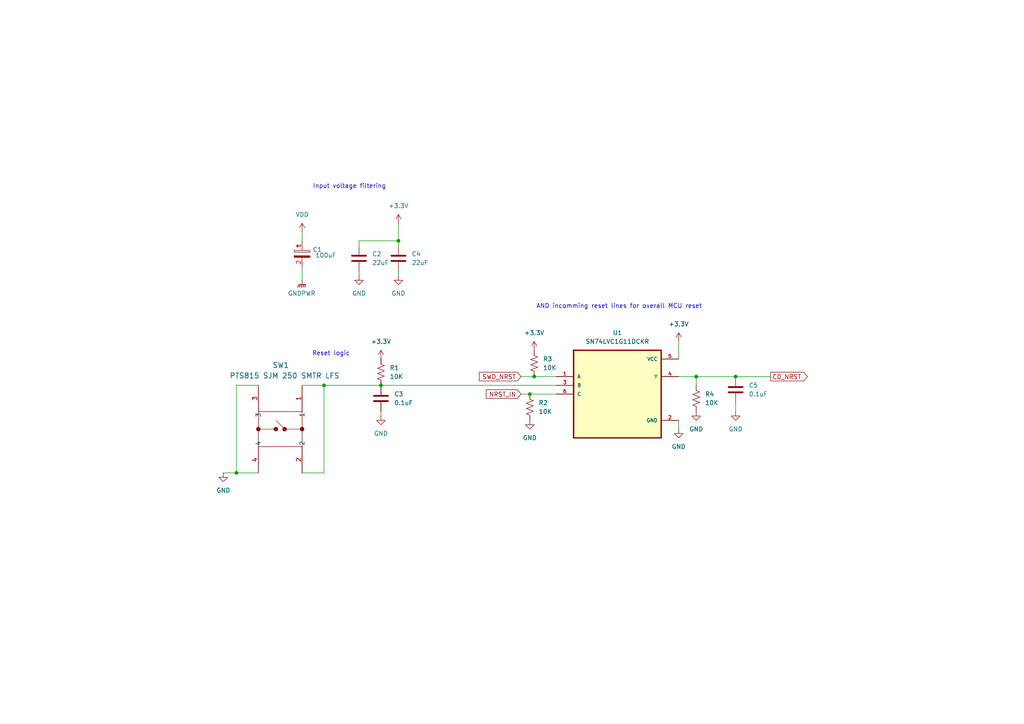
<source format=kicad_sch>
(kicad_sch (version 20250114) (generator "eeschema") (generator_version "9.0")
  (paper "A4")
  (lib_symbols
    (symbol "Device:C" (pin_numbers (hide yes)) (pin_names (offset 0.254))
      (property "Reference" "C" (at 0.635 2.54 0))
      (property "Value" "C" (at 0.635 -2.54 0))
      (symbol "C_0_1"
        (polyline (pts (xy -2.032 0.762) (xy 2.032 0.762)) (stroke (width 0.508)))
        (polyline (pts (xy -2.032 -0.762) (xy 2.032 -0.762)) (stroke (width 0.508)))
      )
      (symbol "C_1_1"
        (pin passive line (at 0 3.81 270) (length 2.794) (name "~") (number "1"))
        (pin passive line (at 0 -3.81 90) (length 2.794) (name "~") (number "2"))
      )
    )
    (symbol "Device:R_US" (pin_numbers (hide yes)) (pin_names (offset 0))
      (property "Reference" "R" (at 2.54 0 90))
      (property "Value" "R_US" (at -2.54 0 90))
      (symbol "R_US_0_1"
        (polyline (pts (xy 0 2.286) (xy 0 2.54)))
        (polyline (pts (xy 0 2.286) (xy 1.016 1.905) (xy 0 1.524) (xy -1.016 1.143) (xy 0 0.762)))
        (polyline (pts (xy 0 0.762) (xy 1.016 0.381) (xy 0 0) (xy -1.016 -0.381) (xy 0 -0.762)))
        (polyline (pts (xy 0 -0.762) (xy 1.016 -1.143) (xy 0 -1.524) (xy -1.016 -1.905) (xy 0 -2.286)))
        (polyline (pts (xy 0 -2.286) (xy 0 -2.54)))
      )
      (symbol "R_US_1_1"
        (pin passive line (at 0 3.81 270) (length 1.27) (name "~") (number "1"))
        (pin passive line (at 0 -3.81 90) (length 1.27) (name "~") (number "2"))
      )
    )
    (symbol "Global:A768EB107M1ELAS036"
      (property "Reference" "C" (at 0 0 0))
      (symbol "A768EB107M1ELAS036_0_1"
        (polyline (pts (xy -2.794 -5.08) (xy -1.778 -5.08)))
        (polyline (pts (xy -2.286 -5.588) (xy -2.286 -4.572)))
        (rectangle (start -0.508 -6.096) (end -1.016 -1.524))
        (rectangle (start 0.508 -1.524) (end 1.016 -6.096) (fill (type outline)))
      )
      (symbol "A768EB107M1ELAS036_1_1"
        (pin passive line (at -3.81 -3.81 0) (length 2.794) (name "~") (number "1"))
        (pin passive line (at 3.81 -3.81 180) (length 2.794) (name "~") (number "2"))
      )
    )
    (symbol "Global:PTS815_SJM_250_SMTR_LFS" (pin_names (offset 0.254))
      (property "Reference" "SW" (at 0 22.86 0))
      (property "Value" "PTS815 SJM 250 SMTR LFS" (at 0 20.32 0))
      (symbol "PTS815_SJM_250_SMTR_LFS_0_1"
        (polyline (pts (xy -2.54 7.62) (xy 0 10.16)) (stroke (width 0.127)))
        (circle (center 0 15.24) (radius 0.127) (stroke (width 0.508)))
        (polyline (pts (xy 0 15.24) (xy 5.08 15.24) (xy 5.08 2.54) (xy -5.08 2.54) (xy -5.08 15.24) (xy 0 15.24)))
        (circle (center 0 10.16) (radius 0.127) (stroke (width 0.508)))
        (polyline (pts (xy 0 10.16) (xy 0 15.24)) (stroke (width 0.127)))
        (circle (center 0 7.62) (radius 0.127) (stroke (width 0.508)))
        (polyline (pts (xy 0 7.62) (xy 0 2.54)) (stroke (width 0.127)))
        (circle (center 0 2.54) (radius 0.127) (stroke (width 0.508)))
        (pin unspecified line (at -12.7 15.24 0) (length 7.62) (name "1") (number "1"))
        (pin unspecified line (at -12.7 2.54 0) (length 7.62) (name "3") (number "3"))
        (pin unspecified line (at 12.7 15.24 180) (length 7.62) (name "2") (number "2"))
        (pin unspecified line (at 12.7 2.54 180) (length 7.62) (name "4") (number "4"))
      )
    )
    (symbol "Global:SN74LVC1G11DCKR" (pin_names (offset 1.016))
      (property "Reference" "U" (at -12.7 13.7 0))
      (property "Value" "SN74LVC1G11DCKR" (at -12.7 -16.7 0))
      (symbol "SN74LVC1G11DCKR_0_0"
        (rectangle (start -12.7 -12.7) (end 12.7 12.7) (stroke (width 0.41)) (fill (type background)))
        (pin input line (at -17.78 5.08 0) (length 5.08) (name "A") (number "1"))
        (pin input line (at -17.78 2.54 0) (length 5.08) (name "B") (number "3"))
        (pin input line (at -17.78 0 0) (length 5.08) (name "C") (number "6"))
        (pin power_in line (at 17.78 10.16 180) (length 5.08) (name "VCC") (number "5"))
        (pin output line (at 17.78 5.08 180) (length 5.08) (name "Y") (number "4"))
        (pin power_in line (at 17.78 -7.62 180) (length 5.08) (name "GND") (number "2"))
      )
    )
    (symbol "power:+3.3V" (power) (pin_numbers (hide yes)) (pin_names (offset 0) (hide yes))
      (property "Value" "+3.3V" (at 0 3.556 0))
      (symbol "+3.3V_0_1"
        (polyline (pts (xy -0.762 1.27) (xy 0 2.54)))
        (polyline (pts (xy 0 2.54) (xy 0.762 1.27)))
        (polyline (pts (xy 0 0) (xy 0 2.54)))
      )
      (symbol "+3.3V_1_1"
        (pin power_in line (at 0 0 90) (length 0) (name "~") (number "1"))
      )
    )
    (symbol "power:GND" (power) (pin_numbers (hide yes)) (pin_names (offset 0) (hide yes))
      (property "Value" "GND" (at 0 -3.81 0))
      (symbol "GND_0_1"
        (polyline (pts (xy 0 0) (xy 0 -1.27) (xy 1.27 -1.27) (xy 0 -2.54) (xy -1.27 -1.27) (xy 0 -1.27)))
      )
      (symbol "GND_1_1"
        (pin power_in line (at 0 0 270) (length 0) (name "~") (number "1"))
      )
    )
    (symbol "power:GNDPWR" (power) (pin_numbers (hide yes)) (pin_names (offset 0) (hide yes))
      (property "Value" "GNDPWR" (at 0 -3.302 0))
      (symbol "GNDPWR_0_1"
        (polyline (pts (xy -1.016 -1.27) (xy -1.27 -2.032) (xy -1.27 -2.032)) (stroke (width 0.2032)))
        (polyline (pts (xy -0.508 -1.27) (xy -0.762 -2.032) (xy -0.762 -2.032)) (stroke (width 0.2032)))
        (polyline (pts (xy 0 -1.27) (xy 0 0)))
        (polyline (pts (xy 0 -1.27) (xy -0.254 -2.032) (xy -0.254 -2.032)) (stroke (width 0.2032)))
        (polyline (pts (xy 0.508 -1.27) (xy 0.254 -2.032) (xy 0.254 -2.032)) (stroke (width 0.2032)))
        (polyline (pts (xy 1.016 -1.27) (xy -1.016 -1.27) (xy -1.016 -1.27)) (stroke (width 0.2032)))
        (polyline (pts (xy 1.016 -1.27) (xy 0.762 -2.032) (xy 0.762 -2.032) (xy 0.762 -2.032)) (stroke (width 0.2032)))
      )
      (symbol "GNDPWR_1_1"
        (pin power_in line (at 0 0 270) (length 0) (name "~") (number "1"))
      )
    )
    (symbol "power:VDD" (power) (pin_numbers (hide yes)) (pin_names (offset 0) (hide yes))
      (property "Value" "VDD" (at 0 3.556 0))
      (symbol "VDD_0_1"
        (polyline (pts (xy -0.762 1.27) (xy 0 2.54)))
        (polyline (pts (xy 0 2.54) (xy 0.762 1.27)))
        (polyline (pts (xy 0 0) (xy 0 2.54)))
      )
      (symbol "VDD_1_1"
        (pin power_in line (at 0 0 90) (length 0) (name "~") (number "1"))
      )
    )
  )
  (text "AND incomming reset lines for overall MCU reset" (at 179.578 88.9 0) (effects (font (size 1.27 1.27))))
  (text "Input voltage filtering" (at 101.346 54.102 0) (effects (font (size 1.27 1.27))))
  (text "Reset logic" (at 96.012 102.616 0) (effects (font (size 1.27 1.27))))
  (junction (at 201.93 109.22))
  (junction (at 68.58 137.16))
  (junction (at 213.36 109.22))
  (junction (at 93.98 111.76))
  (junction (at 153.67 114.3))
  (junction (at 115.57 69.85))
  (junction (at 110.49 111.76))
  (junction (at 154.94 109.22))
  (wire (pts (xy 87.63 67.31) (xy 87.63 69.85)))
  (wire (pts (xy 151.13 114.3) (xy 153.67 114.3)))
  (wire (pts (xy 87.63 111.76) (xy 93.98 111.76)))
  (wire (pts (xy 201.93 109.22) (xy 213.36 109.22)))
  (wire (pts (xy 196.85 99.06) (xy 196.85 104.14)))
  (wire (pts (xy 153.67 114.3) (xy 161.29 114.3)))
  (wire (pts (xy 201.93 109.22) (xy 201.93 111.76)))
  (wire (pts (xy 213.36 109.22) (xy 223.52 109.22)))
  (wire (pts (xy 93.98 137.16) (xy 93.98 111.76)))
  (wire (pts (xy 196.85 109.22) (xy 201.93 109.22)))
  (wire (pts (xy 104.14 69.85) (xy 104.14 71.12)))
  (wire (pts (xy 213.36 116.84) (xy 213.36 119.38)))
  (wire (pts (xy 110.49 119.38) (xy 110.49 120.65)))
  (wire (pts (xy 68.58 137.16) (xy 74.93 137.16)))
  (wire (pts (xy 68.58 111.76) (xy 68.58 137.16)))
  (wire (pts (xy 110.49 111.76) (xy 161.29 111.76)))
  (wire (pts (xy 104.14 69.85) (xy 115.57 69.85)))
  (wire (pts (xy 154.94 109.22) (xy 161.29 109.22)))
  (wire (pts (xy 93.98 111.76) (xy 110.49 111.76)))
  (wire (pts (xy 87.63 137.16) (xy 93.98 137.16)))
  (wire (pts (xy 104.14 78.74) (xy 104.14 80.01)))
  (wire (pts (xy 74.93 111.76) (xy 68.58 111.76)))
  (wire (pts (xy 64.77 137.16) (xy 68.58 137.16)))
  (wire (pts (xy 115.57 69.85) (xy 115.57 71.12)))
  (wire (pts (xy 115.57 78.74) (xy 115.57 80.01)))
  (wire (pts (xy 196.85 124.46) (xy 196.85 121.92)))
  (wire (pts (xy 115.57 64.77) (xy 115.57 69.85)))
  (wire (pts (xy 87.63 77.47) (xy 87.63 81.28)))
  (wire (pts (xy 151.13 109.22) (xy 154.94 109.22)))
  (global_label "C0_NRST" (shape output) (at 223.52 109.22 0) (property "Intersheetrefs" "${INTERSHEET_REFS}" (at 234.7299 109.22 0) (effects (justify left))))
  (global_label "SWD_NRST" (shape input) (at 151.13 109.22 180) (property "Intersheetrefs" "${INTERSHEET_REFS}" (at 138.4687 109.22 0) (effects (justify right))))
  (global_label "NRST_IN" (shape input) (at 151.13 114.3 180) (property "Intersheetrefs" "${INTERSHEET_REFS}" (at 140.4643 114.3 0) (effects (justify right))))
  (symbol (lib_id "power:GND") (at 153.67 121.92 0) (unit 1)
    (property "Reference" "#PWR022" (effects (hide yes)))
    (property "Value" "GND" (at 153.67 127 0))
    (property "Description" "Power symbol creates a global label with name \"GND\" , ground" (effects (hide yes)))
  )
  (symbol (lib_id "Global:SN74LVC1G11DCKR") (at 179.07 114.3 0) (unit 1)
    (property "Reference" "U1" (at 179.07 96.52 0))
    (property "Value" "SN74LVC1G11DCKR" (at 179.07 99.06 0))
    (property "Footprint" "Library:SOT65P210X110-6N" (effects (hide yes)))
  )
  (symbol (lib_id "power:+3.3V") (at 196.85 99.06 0) (unit 1)
    (property "Reference" "#PWR024" (effects (hide yes)))
    (property "Value" "+3.3V" (at 196.85 93.98 0))
    (property "Description" "Power symbol creates a global label with name \"+3.3V\"" (effects (hide yes)))
  )
  (symbol (lib_id "power:GND") (at 213.36 119.38 0) (unit 1)
    (property "Reference" "#PWR027" (effects (hide yes)))
    (property "Value" "GND" (at 213.36 124.46 0))
    (property "Description" "Power symbol creates a global label with name \"GND\" , ground" (effects (hide yes)))
  )
  (symbol (lib_id "power:GND") (at 110.49 120.65 0) (unit 1)
    (property "Reference" "#PWR019" (effects (hide yes)))
    (property "Value" "GND" (at 110.49 125.73 0))
    (property "Description" "Power symbol creates a global label with name \"GND\" , ground" (effects (hide yes)))
  )
  (symbol (lib_id "power:GND") (at 104.14 80.01 0) (unit 1)
    (property "Reference" "#PWR017" (effects (hide yes)))
    (property "Value" "GND" (at 104.14 85.09 0))
    (property "Description" "Power symbol creates a global label with name \"GND\" , ground" (effects (hide yes)))
  )
  (symbol (lib_id "Global:PTS815_SJM_250_SMTR_LFS") (at 72.39 124.46 270) (unit 1)
    (property "Reference" "SW1" (at 78.994 105.918 90) (effects (font (size 1.524 1.524)) (justify left)))
    (property "Value" "PTS815 SJM 250 SMTR LFS" (at 66.548 108.966 90) (effects (font (size 1.524 1.524)) (justify left)))
    (property "Footprint" "Library:SW4_PTS815 SJM 250 SMTR LFS_CNK" (effects (hide yes)))
    (property "Datasheet" "PTS815 SJM 250 SMTR LFS" (effects (hide yes)))
  )
  (symbol (lib_id "Device:C") (at 110.49 115.57 0) (unit 1)
    (property "Reference" "C3" (at 114.3 114.2999 0) (effects (justify left)))
    (property "Value" "0.1uF" (at 114.3 116.8399 0) (effects (justify left)))
    (property "Footprint" "Capacitor_SMD:C_0402_1005Metric" (effects (hide yes)))
    (property "Description" "Unpolarized capacitor" (effects (hide yes)))
  )
  (symbol (lib_id "power:+3.3V") (at 154.94 101.6 0) (unit 1)
    (property "Reference" "#PWR023" (effects (hide yes)))
    (property "Value" "+3.3V" (at 154.94 96.52 0))
    (property "Description" "Power symbol creates a global label with name \"+3.3V\"" (effects (hide yes)))
  )
  (symbol (lib_id "power:GND") (at 201.93 119.38 0) (unit 1)
    (property "Reference" "#PWR026" (effects (hide yes)))
    (property "Value" "GND" (at 201.93 124.46 0))
    (property "Description" "Power symbol creates a global label with name \"GND\" , ground" (effects (hide yes)))
  )
  (symbol (lib_id "power:+3.3V") (at 115.57 64.77 0) (unit 1)
    (property "Reference" "#PWR020" (effects (hide yes)))
    (property "Value" "+3.3V" (at 115.57 59.69 0))
    (property "Description" "Power symbol creates a global label with name \"+3.3V\"" (effects (hide yes)))
  )
  (symbol (lib_id "Device:R_US") (at 153.67 118.11 180) (unit 1)
    (property "Reference" "R2" (at 156.21 116.8399 0) (effects (justify right)))
    (property "Value" "10K" (at 156.21 119.3799 0) (effects (justify right)))
    (property "Footprint" "Resistor_SMD:R_0402_1005Metric" (effects (hide yes)))
    (property "Description" "Resistor, US symbol" (effects (hide yes)))
  )
  (symbol (lib_id "Device:R_US") (at 201.93 115.57 180) (unit 1)
    (property "Reference" "R4" (at 204.47 114.2999 0) (effects (justify right)))
    (property "Value" "10K" (at 204.47 116.8399 0) (effects (justify right)))
    (property "Footprint" "Resistor_SMD:R_0402_1005Metric" (effects (hide yes)))
    (property "Description" "Resistor, US symbol" (effects (hide yes)))
  )
  (symbol (lib_id "Device:C") (at 104.14 74.93 0) (unit 1)
    (property "Reference" "C2" (at 107.95 73.6599 0) (effects (justify left)))
    (property "Value" "22uF" (at 107.95 76.1999 0) (effects (justify left)))
    (property "Footprint" "Capacitor_SMD:C_0603_1608Metric" (effects (hide yes)))
    (property "Description" "Unpolarized capacitor" (effects (hide yes)))
  )
  (symbol (lib_id "power:GND") (at 115.57 80.01 0) (unit 1)
    (property "Reference" "#PWR021" (effects (hide yes)))
    (property "Value" "GND" (at 115.57 85.09 0))
    (property "Description" "Power symbol creates a global label with name \"GND\" , ground" (effects (hide yes)))
  )
  (symbol (lib_id "power:GNDPWR") (at 87.63 81.28 0) (unit 1)
    (property "Reference" "#PWR016" (effects (hide yes)))
    (property "Value" "GNDPWR" (at 87.503 85.09 0))
    (property "Description" "Power symbol creates a global label with name \"GNDPWR\" , global ground" (effects (hide yes)))
  )
  (symbol (lib_id "power:+3.3V") (at 110.49 104.14 0) (unit 1)
    (property "Reference" "#PWR018" (effects (hide yes)))
    (property "Value" "+3.3V" (at 110.49 99.06 0))
    (property "Description" "Power symbol creates a global label with name \"+3.3V\"" (effects (hide yes)))
  )
  (symbol (lib_id "power:GND") (at 64.77 137.16 0) (unit 1)
    (property "Reference" "#PWR014" (effects (hide yes)))
    (property "Value" "GND" (at 64.77 142.24 0))
    (property "Description" "Power symbol creates a global label with name \"GND\" , ground" (effects (hide yes)))
  )
  (symbol (lib_id "Device:C") (at 115.57 74.93 0) (unit 1)
    (property "Reference" "C4" (at 119.38 73.6599 0) (effects (justify left)))
    (property "Value" "22uF" (at 119.38 76.1999 0) (effects (justify left)))
    (property "Footprint" "Capacitor_SMD:C_0603_1608Metric" (effects (hide yes)))
    (property "Description" "Unpolarized capacitor" (effects (hide yes)))
  )
  (symbol (lib_id "Device:R_US") (at 154.94 105.41 180) (unit 1)
    (property "Reference" "R3" (at 157.48 104.1399 0) (effects (justify right)))
    (property "Value" "10K" (at 157.48 106.6799 0) (effects (justify right)))
    (property "Footprint" "Resistor_SMD:R_0402_1005Metric" (effects (hide yes)))
    (property "Description" "Resistor, US symbol" (effects (hide yes)))
  )
  (symbol (lib_id "Device:R_US") (at 110.49 107.95 180) (unit 1)
    (property "Reference" "R1" (at 113.03 106.6799 0) (effects (justify right)))
    (property "Value" "10K" (at 113.03 109.2199 0) (effects (justify right)))
    (property "Footprint" "Resistor_SMD:R_0402_1005Metric" (effects (hide yes)))
    (property "Description" "Resistor, US symbol" (effects (hide yes)))
  )
  (symbol (lib_id "Global:A768EB107M1ELAS036") (at 91.44 73.66 270) (unit 1)
    (property "Reference" "C1" (at 90.678 72.39 90) (effects (justify left)))
    (property "Value" "100uF" (at 91.44 74.0409 90) (effects (justify left)))
    (property "Footprint" "Library:CAP_A768EB_6.8x6.8_KEM" (effects (hide yes)))
  )
  (symbol (lib_id "Device:C") (at 213.36 113.03 0) (unit 1)
    (property "Reference" "C5" (at 217.17 111.7599 0) (effects (justify left)))
    (property "Value" "0.1uF" (at 217.17 114.2999 0) (effects (justify left)))
    (property "Footprint" "Capacitor_SMD:C_0402_1005Metric" (effects (hide yes)))
    (property "Description" "Unpolarized capacitor" (effects (hide yes)))
  )
  (symbol (lib_id "power:GND") (at 196.85 124.46 0) (unit 1)
    (property "Reference" "#PWR025" (effects (hide yes)))
    (property "Value" "GND" (at 196.85 129.54 0))
    (property "Description" "Power symbol creates a global label with name \"GND\" , ground" (effects (hide yes)))
  )
  (symbol (lib_id "power:VDD") (at 87.63 67.31 0) (unit 1)
    (property "Reference" "#PWR015" (effects (hide yes)))
    (property "Value" "VDD" (at 87.63 62.23 0))
    (property "Description" "Power symbol creates a global label with name \"VDD\"" (effects (hide yes)))
  )
)
</source>
